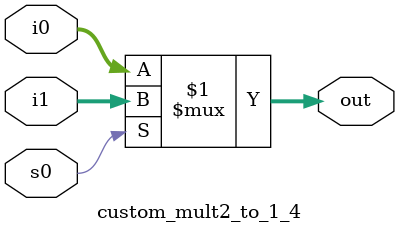
<source format=v>
module custom_mult2_to_1_4(out, i0,i1,s0);
output [3:0] out;
input [3:0]i0,i1;
input s0;
assign out = s0 ? i1:i0;
endmodule
</source>
